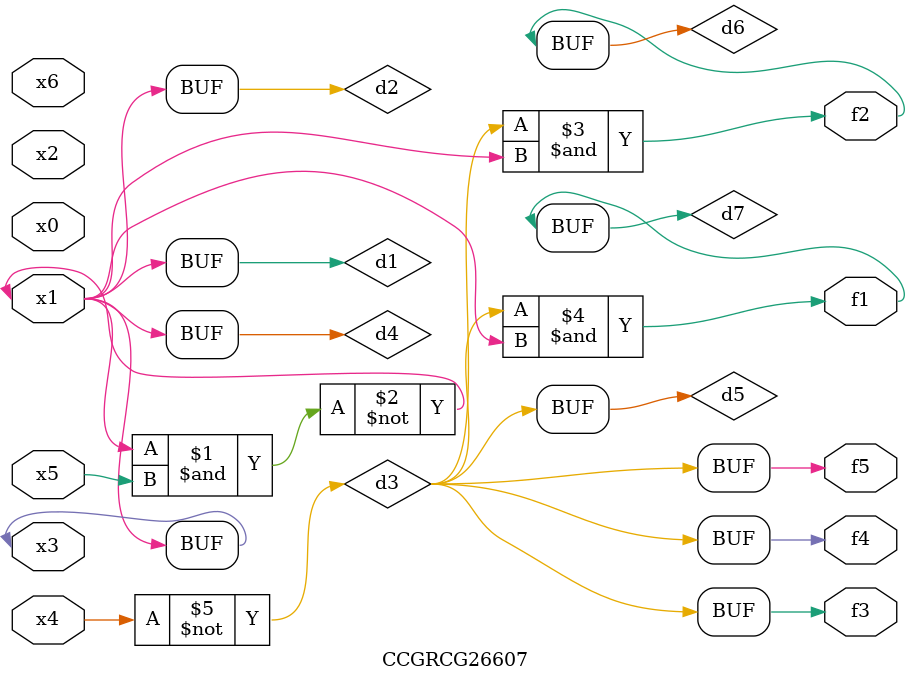
<source format=v>
module CCGRCG26607(
	input x0, x1, x2, x3, x4, x5, x6,
	output f1, f2, f3, f4, f5
);

	wire d1, d2, d3, d4, d5, d6, d7;

	buf (d1, x1, x3);
	nand (d2, x1, x5);
	not (d3, x4);
	buf (d4, d1, d2);
	buf (d5, d3);
	and (d6, d3, d4);
	and (d7, d3, d4);
	assign f1 = d7;
	assign f2 = d6;
	assign f3 = d5;
	assign f4 = d5;
	assign f5 = d5;
endmodule

</source>
